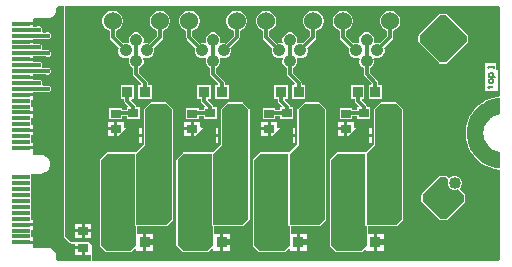
<source format=gtl>
G04*
G04 #@! TF.GenerationSoftware,Altium Limited,Altium Designer,22.11.1 (43)*
G04*
G04 Layer_Physical_Order=1*
G04 Layer_Color=255*
%FSLAX44Y44*%
%MOMM*%
G71*
G04*
G04 #@! TF.SameCoordinates,C7E27A77-0888-4956-AA08-943BE8D70555*
G04*
G04*
G04 #@! TF.FilePolarity,Positive*
G04*
G01*
G75*
%ADD13C,0.1500*%
%ADD15C,1.5240*%
%ADD16R,0.9000X0.8000*%
%ADD17R,0.8500X0.7500*%
%ADD18R,0.9500X0.9500*%
%ADD19R,0.9581X0.9121*%
%ADD20R,0.9000X0.6500*%
%ADD21R,1.5000X0.3500*%
%ADD23R,1.2000X1.2000*%
%ADD29C,1.5700*%
%ADD30R,1.5700X1.5700*%
%ADD32R,1.0000X1.0000*%
%ADD33C,1.0000*%
%ADD34C,0.3000*%
%ADD35C,0.5000*%
%ADD36C,1.5300*%
%ADD37C,1.0200*%
%ADD38C,1.0500*%
%ADD39C,0.6000*%
%ADD40C,0.4000*%
G36*
X48980Y62500D02*
X49058Y62110D01*
X49279Y61779D01*
X54279Y56779D01*
X54610Y56558D01*
X55000Y56480D01*
X57960D01*
Y54020D01*
X65000D01*
Y52750D01*
X66270D01*
Y46960D01*
X71480D01*
Y42039D01*
X43345D01*
X42039Y43345D01*
Y45750D01*
X42019Y45849D01*
X42029Y45950D01*
X41933Y46925D01*
X41846Y47212D01*
X41788Y47506D01*
X41041Y49308D01*
X40599Y49970D01*
X39220Y51349D01*
X38558Y51791D01*
X36756Y52538D01*
X36462Y52596D01*
X36175Y52683D01*
X35200Y52779D01*
X35099Y52769D01*
X35000Y52789D01*
X23636D01*
X22540Y53210D01*
X22540Y54059D01*
Y56230D01*
X12500D01*
Y58770D01*
X22540D01*
Y61790D01*
X21000D01*
Y68210D01*
X22540D01*
Y71230D01*
X12500D01*
Y73770D01*
X22540D01*
Y76790D01*
X21000D01*
Y89750D01*
Y99750D01*
Y109750D01*
X21000Y115250D01*
X22079Y115711D01*
X29000D01*
X29099Y115731D01*
X29200Y115721D01*
X30370Y115836D01*
X30657Y115923D01*
X30951Y115981D01*
X33114Y116877D01*
X33775Y117319D01*
X35431Y118975D01*
X35873Y119636D01*
X36769Y121799D01*
X36827Y122093D01*
X36914Y122380D01*
X37029Y123550D01*
X37010Y123750D01*
X37029Y123950D01*
X36914Y125120D01*
X36827Y125407D01*
X36769Y125701D01*
X35873Y127864D01*
X35431Y128525D01*
X33775Y130181D01*
X33775Y130181D01*
X33114Y130623D01*
X30951Y131519D01*
X30657Y131577D01*
X30370Y131664D01*
X29200Y131779D01*
X29099Y131770D01*
X29000Y131789D01*
X22547D01*
X22540Y133210D01*
Y136230D01*
X12500D01*
Y138770D01*
X22540D01*
Y141790D01*
X21000D01*
Y148210D01*
X22540D01*
Y151230D01*
X12500D01*
Y153770D01*
X22540D01*
Y156790D01*
X21000D01*
Y163210D01*
X22540D01*
Y166230D01*
X12500D01*
Y168770D01*
X22540D01*
Y171790D01*
X21000D01*
Y178210D01*
X22540D01*
Y181230D01*
X12500D01*
Y183770D01*
X22540D01*
Y184951D01*
X33415D01*
X33842Y184704D01*
X34605Y184500D01*
X35395D01*
X36158Y184704D01*
X36842Y185099D01*
X37401Y185658D01*
X37796Y186342D01*
X38000Y187105D01*
Y187895D01*
X37796Y188658D01*
X37401Y189342D01*
X36842Y189901D01*
X36158Y190296D01*
X35395Y190500D01*
X34605D01*
X33842Y190296D01*
X33415Y190049D01*
X31016D01*
X30282Y191319D01*
X30296Y191342D01*
X30500Y192105D01*
Y192895D01*
X30296Y193658D01*
X29901Y194342D01*
X29342Y194901D01*
X28658Y195296D01*
X27895Y195500D01*
X27105D01*
X26342Y195296D01*
X25915Y195049D01*
X22540D01*
Y196230D01*
X12500D01*
Y198770D01*
X22540D01*
Y199951D01*
X33415D01*
X33842Y199704D01*
X34605Y199500D01*
X35395D01*
X36158Y199704D01*
X36842Y200099D01*
X37401Y200658D01*
X37796Y201342D01*
X38000Y202105D01*
Y202895D01*
X37796Y203658D01*
X37401Y204342D01*
X36842Y204901D01*
X36158Y205296D01*
X35395Y205500D01*
X34605D01*
X33842Y205296D01*
X33415Y205049D01*
X31015D01*
X30282Y206319D01*
X30296Y206342D01*
X30500Y207105D01*
Y207895D01*
X30296Y208658D01*
X29901Y209342D01*
X29342Y209901D01*
X28658Y210296D01*
X27895Y210500D01*
X27105D01*
X26342Y210296D01*
X25915Y210049D01*
X22540D01*
Y211230D01*
X12500D01*
Y213770D01*
X22540D01*
Y214951D01*
X33415D01*
X33842Y214704D01*
X34605Y214500D01*
X35395D01*
X36158Y214704D01*
X36842Y215099D01*
X37401Y215658D01*
X37796Y216342D01*
X38000Y217105D01*
Y217895D01*
X37796Y218658D01*
X37401Y219342D01*
X36842Y219901D01*
X36158Y220296D01*
X35395Y220500D01*
X34605D01*
X33842Y220296D01*
X33415Y220049D01*
X31016D01*
X30282Y221319D01*
X30296Y221342D01*
X30500Y222105D01*
Y222895D01*
X30296Y223658D01*
X29901Y224342D01*
X29342Y224901D01*
X28658Y225296D01*
X27895Y225500D01*
X27105D01*
X26342Y225296D01*
X25915Y225049D01*
X22540D01*
Y226230D01*
X12500D01*
Y228770D01*
X22540D01*
Y229951D01*
X33415D01*
X33842Y229704D01*
X34605Y229500D01*
X35395D01*
X36158Y229704D01*
X36842Y230099D01*
X37401Y230658D01*
X37796Y231342D01*
X38000Y232105D01*
Y232895D01*
X37796Y233658D01*
X37401Y234342D01*
X36842Y234901D01*
X36158Y235296D01*
X35395Y235500D01*
X34605D01*
X33842Y235296D01*
X33415Y235049D01*
X31016D01*
X30282Y236319D01*
X30296Y236342D01*
X30500Y237105D01*
Y237895D01*
X30296Y238658D01*
X29901Y239342D01*
X29342Y239901D01*
X28658Y240296D01*
X27895Y240500D01*
X27105D01*
X26342Y240296D01*
X25915Y240049D01*
X22540D01*
Y241230D01*
X12500D01*
Y243770D01*
X22540D01*
Y246790D01*
X23636Y247211D01*
X35000D01*
X35099Y247230D01*
X35200Y247221D01*
X36175Y247317D01*
X36462Y247404D01*
X36756Y247462D01*
X38558Y248209D01*
X38558Y248209D01*
X39220Y248651D01*
X39220Y248651D01*
X40599Y250030D01*
X40599Y250030D01*
X41041Y250692D01*
X41788Y252494D01*
X41846Y252788D01*
X41933Y253075D01*
X42029Y254050D01*
X42019Y254150D01*
X42039Y254250D01*
Y256337D01*
X43402Y257836D01*
X48980D01*
Y62500D01*
D02*
G37*
G36*
X417961Y256531D02*
Y182196D01*
X417806Y181005D01*
X417805Y181004D01*
X415574Y180848D01*
X415498Y180810D01*
X415414Y180824D01*
X411012Y179839D01*
X410942Y179790D01*
X410857Y179792D01*
X406651Y178160D01*
X406590Y178101D01*
X406505Y178090D01*
X402591Y175848D01*
X402539Y175781D01*
X402457Y175757D01*
X398922Y172955D01*
X398881Y172880D01*
X398803Y172845D01*
X395727Y169545D01*
X395697Y169466D01*
X395625Y169419D01*
X393077Y165697D01*
X393060Y165613D01*
X392996Y165556D01*
X391033Y161495D01*
X391028Y161410D01*
X390974Y161344D01*
X389640Y157035D01*
X389648Y156950D01*
X389604Y156877D01*
X388929Y152417D01*
X388950Y152334D01*
X388917Y152255D01*
X388917Y147744D01*
X388950Y147665D01*
X388929Y147582D01*
X389604Y143122D01*
X389648Y143049D01*
X389640Y142964D01*
X390974Y138655D01*
X391028Y138589D01*
X391033Y138504D01*
X392996Y134443D01*
X393060Y134386D01*
X393077Y134302D01*
X395625Y130580D01*
X395697Y130534D01*
X395727Y130454D01*
X398803Y127154D01*
X398881Y127119D01*
X398922Y127044D01*
X402457Y124242D01*
X402539Y124219D01*
X402591Y124151D01*
X406505Y121909D01*
X406590Y121898D01*
X406651Y121839D01*
X410857Y120207D01*
X410942Y120209D01*
X411012Y120160D01*
X415414Y119175D01*
X415498Y119189D01*
X415574Y119151D01*
X417824Y118993D01*
X417961Y117808D01*
Y43345D01*
X416655Y42039D01*
X72500D01*
Y55000D01*
X70000Y57500D01*
X55000D01*
X50000Y62500D01*
Y257836D01*
X416655D01*
X417961Y256531D01*
D02*
G37*
G36*
X417900Y179926D02*
X417900D01*
X417900D01*
Y178777D01*
X417961Y178720D01*
Y165879D01*
X415538Y165397D01*
X415353Y165320D01*
X415156Y165281D01*
X412620Y164231D01*
X412453Y164119D01*
X412267Y164042D01*
X409986Y162518D01*
X409844Y162376D01*
X409677Y162264D01*
X407736Y160323D01*
X407624Y160156D01*
X407482Y160014D01*
X405958Y157732D01*
X405881Y157547D01*
X405769Y157380D01*
X404719Y154844D01*
X404680Y154647D01*
X404603Y154462D01*
X404067Y151770D01*
Y151619D01*
X404031Y151472D01*
X403963Y150100D01*
X403978Y150000D01*
X403963Y149900D01*
X404031Y148528D01*
X404067Y148381D01*
Y148230D01*
X404603Y145538D01*
X404680Y145353D01*
X404719Y145156D01*
X405769Y142620D01*
X405881Y142453D01*
X405957Y142268D01*
X407482Y139986D01*
X407624Y139844D01*
X407736Y139677D01*
X409676Y137736D01*
X409843Y137624D01*
X409985Y137482D01*
X412267Y135957D01*
X412453Y135881D01*
X412620Y135769D01*
X415155Y134719D01*
X415352Y134680D01*
X415538Y134603D01*
X417961Y134121D01*
Y121279D01*
X417900Y121222D01*
Y120073D01*
X416754Y120154D01*
X416691Y120095D01*
X415778Y120159D01*
X415720Y120184D01*
X415644Y120186D01*
X415569Y120206D01*
X415507Y120198D01*
X411364Y121126D01*
X411311Y121159D01*
X411235Y121173D01*
X411165Y121204D01*
X411102Y121205D01*
X407144Y122741D01*
X407097Y122782D01*
X407024Y122807D01*
X406959Y122848D01*
X406897Y122859D01*
X403213Y124970D01*
X403172Y125017D01*
X403104Y125053D01*
X403046Y125103D01*
X402986Y125123D01*
X399659Y127761D01*
X399626Y127814D01*
X399564Y127859D01*
X399514Y127918D01*
X399458Y127946D01*
X396563Y131052D01*
X396538Y131110D01*
X396483Y131163D01*
X396443Y131229D01*
X396392Y131265D01*
X393993Y134769D01*
X393978Y134830D01*
X393931Y134891D01*
X393901Y134962D01*
X393856Y135006D01*
X392009Y138829D01*
X392002Y138891D01*
X391965Y138959D01*
X391946Y139033D01*
X391908Y139083D01*
X390653Y143139D01*
X390656Y143202D01*
X390630Y143274D01*
X390622Y143351D01*
X390592Y143406D01*
X389957Y147604D01*
X389969Y147665D01*
X389954Y147741D01*
X389958Y147818D01*
X389937Y147877D01*
X389937Y152123D01*
X389958Y152181D01*
X389954Y152258D01*
X389969Y152334D01*
X389957Y152395D01*
X390592Y156594D01*
X390622Y156649D01*
X390630Y156725D01*
X390656Y156797D01*
X390653Y156860D01*
X391908Y160916D01*
X391946Y160966D01*
X391965Y161041D01*
X392002Y161108D01*
X392009Y161170D01*
X393857Y164993D01*
X393901Y165037D01*
X393931Y165108D01*
X393978Y165169D01*
X393993Y165230D01*
X396392Y168734D01*
X396443Y168770D01*
X396483Y168836D01*
X396538Y168890D01*
X396563Y168947D01*
X399459Y172053D01*
X399514Y172081D01*
X399564Y172140D01*
X399626Y172185D01*
X399659Y172238D01*
X402987Y174876D01*
X403046Y174896D01*
X403104Y174946D01*
X403172Y174982D01*
X403213Y175029D01*
X406897Y177140D01*
X406959Y177151D01*
X407024Y177192D01*
X407097Y177217D01*
X407144Y177258D01*
X411102Y178794D01*
X411165Y178795D01*
X411235Y178827D01*
X411311Y178840D01*
X411364Y178873D01*
X415507Y179801D01*
X415569Y179793D01*
X415644Y179813D01*
X415721Y179815D01*
X415778Y179840D01*
X416691Y179904D01*
X416754Y179846D01*
X417900Y179926D01*
Y179927D01*
X417900Y179926D01*
D02*
G37*
%LPC*%
G36*
X63730Y51480D02*
X57960D01*
Y46960D01*
X63730D01*
Y51480D01*
D02*
G37*
G36*
X326135Y253620D02*
X323865D01*
X321673Y253032D01*
X319707Y251898D01*
X318102Y250293D01*
X316968Y248327D01*
X316380Y246135D01*
Y243865D01*
X316968Y241673D01*
X318102Y239707D01*
X319707Y238102D01*
X321673Y236967D01*
X322451Y236759D01*
Y232076D01*
X316215Y225839D01*
X315223Y226250D01*
X312737D01*
X311858Y225886D01*
X310886Y226858D01*
X311250Y227737D01*
Y230223D01*
X310299Y232521D01*
X308540Y234279D01*
X306243Y235230D01*
X303757D01*
X301460Y234279D01*
X299701Y232521D01*
X298750Y230223D01*
Y227737D01*
X299114Y226858D01*
X298142Y225886D01*
X297263Y226250D01*
X294777D01*
X293785Y225839D01*
X287549Y232076D01*
Y236759D01*
X288327Y236967D01*
X290293Y238102D01*
X291898Y239707D01*
X293033Y241673D01*
X293620Y243865D01*
Y246135D01*
X293033Y248327D01*
X291898Y250293D01*
X290293Y251898D01*
X288327Y253032D01*
X286135Y253620D01*
X283865D01*
X281673Y253032D01*
X279707Y251898D01*
X278102Y250293D01*
X276968Y248327D01*
X276380Y246135D01*
Y243865D01*
X276968Y241673D01*
X278102Y239707D01*
X279707Y238102D01*
X281673Y236967D01*
X282451Y236759D01*
Y231020D01*
X282645Y230044D01*
X283198Y229217D01*
X290180Y222235D01*
X289770Y221243D01*
Y218757D01*
X290721Y216460D01*
X292479Y214701D01*
X294777Y213750D01*
X297263D01*
X298142Y214114D01*
X299114Y213142D01*
X298750Y212263D01*
Y209776D01*
X299701Y207479D01*
X301460Y205721D01*
X302451Y205311D01*
Y200000D01*
X302645Y199025D01*
X303198Y198198D01*
X309375Y192020D01*
X308849Y190750D01*
X306750D01*
Y179250D01*
X318250D01*
Y190750D01*
X315049D01*
Y192500D01*
X314855Y193475D01*
X314302Y194302D01*
X307549Y201056D01*
Y205311D01*
X308540Y205721D01*
X310299Y207479D01*
X311250Y209776D01*
Y212263D01*
X310886Y213142D01*
X311858Y214114D01*
X312737Y213750D01*
X315223D01*
X317521Y214701D01*
X319279Y216460D01*
X320230Y218757D01*
Y221243D01*
X319820Y222235D01*
X326802Y229217D01*
X327355Y230044D01*
X327549Y231020D01*
Y236759D01*
X328327Y236967D01*
X330293Y238102D01*
X331898Y239707D01*
X333033Y241673D01*
X333620Y243865D01*
Y246135D01*
X333033Y248327D01*
X331898Y250293D01*
X330293Y251898D01*
X328327Y253032D01*
X326135Y253620D01*
D02*
G37*
G36*
X261135D02*
X258865D01*
X256673Y253032D01*
X254707Y251898D01*
X253102Y250293D01*
X251968Y248327D01*
X251380Y246135D01*
Y243865D01*
X251968Y241673D01*
X253102Y239707D01*
X254707Y238102D01*
X256673Y236967D01*
X257451Y236759D01*
Y232076D01*
X251215Y225839D01*
X250224Y226250D01*
X247737D01*
X246858Y225886D01*
X245886Y226858D01*
X246250Y227737D01*
Y230223D01*
X245299Y232521D01*
X243540Y234279D01*
X241243Y235230D01*
X238757D01*
X236460Y234279D01*
X234701Y232521D01*
X233750Y230223D01*
Y227737D01*
X234114Y226858D01*
X233142Y225886D01*
X232263Y226250D01*
X229777D01*
X228785Y225839D01*
X222549Y232076D01*
Y236759D01*
X223327Y236967D01*
X225293Y238102D01*
X226898Y239707D01*
X228033Y241673D01*
X228620Y243865D01*
Y246135D01*
X228033Y248327D01*
X226898Y250293D01*
X225293Y251898D01*
X223327Y253032D01*
X221135Y253620D01*
X218865D01*
X216673Y253032D01*
X214707Y251898D01*
X213102Y250293D01*
X211968Y248327D01*
X211380Y246135D01*
Y243865D01*
X211968Y241673D01*
X213102Y239707D01*
X214707Y238102D01*
X216673Y236967D01*
X217451Y236759D01*
Y231020D01*
X217645Y230044D01*
X218198Y229217D01*
X225180Y222235D01*
X224770Y221243D01*
Y218757D01*
X225721Y216460D01*
X227479Y214701D01*
X229777Y213750D01*
X232263D01*
X233142Y214114D01*
X234114Y213142D01*
X233750Y212263D01*
Y209776D01*
X234701Y207479D01*
X236460Y205721D01*
X237451Y205311D01*
Y200000D01*
X237645Y199025D01*
X238198Y198198D01*
X244375Y192020D01*
X243849Y190750D01*
X241750D01*
Y179250D01*
X253250D01*
Y190750D01*
X250049D01*
Y192500D01*
X249855Y193475D01*
X249302Y194302D01*
X242549Y201056D01*
Y205311D01*
X243540Y205721D01*
X245299Y207479D01*
X246250Y209776D01*
Y212263D01*
X245886Y213142D01*
X246858Y214114D01*
X247737Y213750D01*
X250224D01*
X252521Y214701D01*
X254279Y216460D01*
X255230Y218757D01*
Y221243D01*
X254820Y222235D01*
X261802Y229217D01*
X262355Y230044D01*
X262549Y231020D01*
Y236759D01*
X263327Y236967D01*
X265293Y238102D01*
X266898Y239707D01*
X268033Y241673D01*
X268620Y243865D01*
Y246135D01*
X268033Y248327D01*
X266898Y250293D01*
X265293Y251898D01*
X263327Y253032D01*
X261135Y253620D01*
D02*
G37*
G36*
X196135D02*
X193865D01*
X191673Y253032D01*
X189707Y251898D01*
X188102Y250293D01*
X186968Y248327D01*
X186380Y246135D01*
Y243865D01*
X186968Y241673D01*
X188102Y239707D01*
X189707Y238102D01*
X191673Y236967D01*
X192451Y236759D01*
Y232076D01*
X186215Y225839D01*
X185224Y226250D01*
X182737D01*
X181858Y225886D01*
X180886Y226858D01*
X181250Y227737D01*
Y230223D01*
X180299Y232521D01*
X178540Y234279D01*
X176243Y235230D01*
X173757D01*
X171460Y234279D01*
X169701Y232521D01*
X168750Y230223D01*
Y227737D01*
X169114Y226858D01*
X168142Y225886D01*
X167263Y226250D01*
X164777D01*
X163785Y225839D01*
X157549Y232076D01*
Y236759D01*
X158327Y236967D01*
X160293Y238102D01*
X161898Y239707D01*
X163032Y241673D01*
X163620Y243865D01*
Y246135D01*
X163032Y248327D01*
X161898Y250293D01*
X160293Y251898D01*
X158327Y253032D01*
X156135Y253620D01*
X153865D01*
X151673Y253032D01*
X149707Y251898D01*
X148102Y250293D01*
X146967Y248327D01*
X146380Y246135D01*
Y243865D01*
X146967Y241673D01*
X148102Y239707D01*
X149707Y238102D01*
X151673Y236967D01*
X152451Y236759D01*
Y231020D01*
X152645Y230044D01*
X153198Y229217D01*
X160180Y222235D01*
X159770Y221243D01*
Y218757D01*
X160721Y216460D01*
X162479Y214701D01*
X164777Y213750D01*
X167263D01*
X168142Y214114D01*
X169114Y213142D01*
X168750Y212263D01*
Y209776D01*
X169701Y207479D01*
X171460Y205721D01*
X172451Y205311D01*
Y200000D01*
X172645Y199025D01*
X173198Y198198D01*
X179375Y192020D01*
X178849Y190750D01*
X176750D01*
Y179250D01*
X188250D01*
Y190750D01*
X185049D01*
Y192500D01*
X184855Y193475D01*
X184302Y194302D01*
X177549Y201056D01*
Y205311D01*
X178540Y205721D01*
X180299Y207479D01*
X181250Y209776D01*
Y212263D01*
X180886Y213142D01*
X181858Y214114D01*
X182737Y213750D01*
X185224D01*
X187521Y214701D01*
X189279Y216460D01*
X190230Y218757D01*
Y221243D01*
X189820Y222235D01*
X196802Y229217D01*
X197355Y230044D01*
X197549Y231020D01*
Y236759D01*
X198327Y236967D01*
X200293Y238102D01*
X201898Y239707D01*
X203033Y241673D01*
X203620Y243865D01*
Y246135D01*
X203033Y248327D01*
X201898Y250293D01*
X200293Y251898D01*
X198327Y253032D01*
X196135Y253620D01*
D02*
G37*
G36*
X131135D02*
X128865D01*
X126673Y253032D01*
X124707Y251898D01*
X123102Y250293D01*
X121967Y248327D01*
X121380Y246135D01*
Y243865D01*
X121967Y241673D01*
X123102Y239707D01*
X124707Y238102D01*
X126673Y236967D01*
X127451Y236759D01*
Y232076D01*
X121215Y225839D01*
X120224Y226250D01*
X117737D01*
X116858Y225886D01*
X115886Y226858D01*
X116250Y227737D01*
Y230223D01*
X115299Y232521D01*
X113540Y234279D01*
X111243Y235230D01*
X108757D01*
X106460Y234279D01*
X104701Y232521D01*
X103750Y230223D01*
Y227737D01*
X104114Y226858D01*
X103142Y225886D01*
X102263Y226250D01*
X99777D01*
X98785Y225839D01*
X92549Y232076D01*
Y236759D01*
X93327Y236967D01*
X95293Y238102D01*
X96898Y239707D01*
X98033Y241673D01*
X98620Y243865D01*
Y246135D01*
X98033Y248327D01*
X96898Y250293D01*
X95293Y251898D01*
X93327Y253032D01*
X91135Y253620D01*
X88865D01*
X86673Y253032D01*
X84707Y251898D01*
X83102Y250293D01*
X81967Y248327D01*
X81380Y246135D01*
Y243865D01*
X81967Y241673D01*
X83102Y239707D01*
X84707Y238102D01*
X86673Y236967D01*
X87451Y236759D01*
Y231020D01*
X87645Y230044D01*
X88198Y229217D01*
X95180Y222235D01*
X94770Y221243D01*
Y218757D01*
X95721Y216460D01*
X97479Y214701D01*
X99777Y213750D01*
X102263D01*
X103142Y214114D01*
X104114Y213142D01*
X103750Y212263D01*
Y209776D01*
X104701Y207479D01*
X106460Y205721D01*
X107451Y205311D01*
Y200000D01*
X107645Y199025D01*
X108198Y198198D01*
X114375Y192020D01*
X113849Y190750D01*
X111750D01*
Y179250D01*
X123250D01*
Y190750D01*
X120049D01*
Y192500D01*
X119855Y193475D01*
X119302Y194302D01*
X112549Y201056D01*
Y205311D01*
X113540Y205721D01*
X115299Y207479D01*
X116250Y209776D01*
Y212263D01*
X115886Y213142D01*
X116858Y214114D01*
X117737Y213750D01*
X120224D01*
X122521Y214701D01*
X124279Y216460D01*
X125230Y218757D01*
Y221243D01*
X124820Y222235D01*
X131802Y229217D01*
X132355Y230044D01*
X132549Y231020D01*
Y236759D01*
X133327Y236967D01*
X135293Y238102D01*
X136898Y239707D01*
X138033Y241673D01*
X138620Y243865D01*
Y246135D01*
X138033Y248327D01*
X136898Y250293D01*
X135293Y251898D01*
X133327Y253032D01*
X131135Y253620D01*
D02*
G37*
G36*
X372500Y251082D02*
X367500D01*
X366735Y250765D01*
X366735Y250765D01*
X349235Y233265D01*
X348918Y232500D01*
Y227500D01*
X349235Y226735D01*
X366735Y209235D01*
X367500Y208918D01*
X372500D01*
X373265Y209235D01*
X390765Y226735D01*
X390765Y226735D01*
X391082Y227500D01*
Y232500D01*
X391082Y232500D01*
X390765Y233265D01*
X390765Y233265D01*
X373265Y250765D01*
X372500Y251082D01*
D02*
G37*
G36*
X415000Y209666D02*
X405002D01*
Y203000D01*
X405169D01*
Y186000D01*
X416000D01*
Y203496D01*
X415000D01*
Y209666D01*
D02*
G37*
G36*
X303250Y190750D02*
X291750D01*
Y179250D01*
X294951D01*
Y177500D01*
X295145Y176525D01*
X295698Y175698D01*
X298222Y173173D01*
X297736Y172000D01*
X297000D01*
Y169299D01*
X292750D01*
Y171250D01*
X282250D01*
Y161750D01*
X292750D01*
Y164201D01*
X297000D01*
Y162000D01*
X308000D01*
Y172000D01*
X305049D01*
Y172500D01*
X304855Y173475D01*
X304302Y174302D01*
X300625Y177980D01*
X301151Y179250D01*
X303250D01*
Y190750D01*
D02*
G37*
G36*
X238250D02*
X226750D01*
Y179250D01*
X229951D01*
Y177500D01*
X230145Y176525D01*
X230698Y175698D01*
X233222Y173173D01*
X232736Y172000D01*
X232000D01*
Y169299D01*
X227750D01*
Y171250D01*
X217250D01*
Y161750D01*
X227750D01*
Y164201D01*
X232000D01*
Y162000D01*
X243000D01*
Y172000D01*
X240049D01*
Y172500D01*
X239855Y173475D01*
X239302Y174302D01*
X235625Y177980D01*
X236151Y179250D01*
X238250D01*
Y190750D01*
D02*
G37*
G36*
X173250D02*
X161750D01*
Y179250D01*
X164951D01*
Y177500D01*
X165145Y176525D01*
X165698Y175698D01*
X168222Y173173D01*
X167736Y172000D01*
X167000D01*
Y169299D01*
X162750D01*
Y171250D01*
X152250D01*
Y161750D01*
X162750D01*
Y164201D01*
X167000D01*
Y162000D01*
X178000D01*
Y172000D01*
X175049D01*
Y172500D01*
X174855Y173475D01*
X174302Y174302D01*
X170625Y177980D01*
X171151Y179250D01*
X173250D01*
Y190750D01*
D02*
G37*
G36*
X108250D02*
X96750D01*
Y179250D01*
X99951D01*
Y177500D01*
X100145Y176525D01*
X100698Y175698D01*
X103222Y173173D01*
X102736Y172000D01*
X102000D01*
Y169299D01*
X97750D01*
Y171250D01*
X87250D01*
Y161750D01*
X97750D01*
Y164201D01*
X102000D01*
Y162000D01*
X113000D01*
Y172000D01*
X110049D01*
Y172500D01*
X109855Y173475D01*
X109302Y174302D01*
X105625Y177980D01*
X106151Y179250D01*
X108250D01*
Y190750D01*
D02*
G37*
G36*
X156230Y159790D02*
X150710D01*
Y154770D01*
X156230D01*
Y159790D01*
D02*
G37*
G36*
X91230D02*
X85710D01*
Y154770D01*
X91230D01*
Y159790D01*
D02*
G37*
G36*
X286230D02*
X280710D01*
Y154770D01*
X286230D01*
Y159790D01*
D02*
G37*
G36*
X221230D02*
X215710D01*
Y154770D01*
X221230D01*
Y159790D01*
D02*
G37*
G36*
X307500Y154540D02*
Y149270D01*
X309540D01*
Y154540D01*
X307500D01*
D02*
G37*
G36*
X242500D02*
Y149270D01*
X244540D01*
Y154540D01*
X242500D01*
D02*
G37*
G36*
X177500D02*
Y149270D01*
X179540D01*
Y154540D01*
X177500D01*
D02*
G37*
G36*
X112500D02*
Y149270D01*
X114540D01*
Y154540D01*
X112500D01*
D02*
G37*
G36*
X286230Y152230D02*
X280710D01*
Y147210D01*
X286230D01*
Y152230D01*
D02*
G37*
G36*
X221230D02*
X215710D01*
Y147210D01*
X221230D01*
Y152230D01*
D02*
G37*
G36*
X156230D02*
X150710D01*
Y147210D01*
X156230D01*
Y152230D01*
D02*
G37*
G36*
X91230D02*
X85710D01*
Y147210D01*
X91230D01*
Y152230D01*
D02*
G37*
G36*
X229290Y159790D02*
X223770D01*
Y153500D01*
Y147210D01*
X224710D01*
X232040Y154540D01*
X230560D01*
X230460Y154540D01*
X229290Y154781D01*
Y159790D01*
D02*
G37*
G36*
X164290D02*
X158770D01*
Y153500D01*
X157500D01*
D01*
X158770D01*
Y147210D01*
X159710D01*
X167040Y154540D01*
X165560D01*
X165460Y154540D01*
X164290Y154781D01*
Y159790D01*
D02*
G37*
G36*
X294290D02*
X288770D01*
Y153500D01*
Y147210D01*
X289710D01*
X297040Y154540D01*
X295560D01*
X295460Y154540D01*
X294290Y154781D01*
Y159790D01*
D02*
G37*
G36*
X99290D02*
X93770D01*
Y153500D01*
Y147210D01*
X94710D01*
X102040Y154540D01*
X100560D01*
X100460Y154540D01*
X99290Y154781D01*
Y159790D01*
D02*
G37*
G36*
X309540Y146730D02*
X307500D01*
Y141460D01*
X309540D01*
Y146730D01*
D02*
G37*
G36*
X244540D02*
X242500D01*
Y141460D01*
X244540D01*
Y146730D01*
D02*
G37*
G36*
X179540D02*
X177500D01*
Y141460D01*
X179540D01*
Y146730D01*
D02*
G37*
G36*
X114540D02*
X112500D01*
Y141460D01*
X114540D01*
Y146730D01*
D02*
G37*
G36*
X330000Y176082D02*
X317500D01*
X316735Y175765D01*
X316735Y175765D01*
X311735Y170765D01*
X311418Y170000D01*
Y140448D01*
X304366Y133397D01*
X303918Y133582D01*
X280000Y133582D01*
X280000Y133582D01*
X279235Y133265D01*
X274235Y128265D01*
X273918Y127500D01*
X273918Y55000D01*
X273918Y55000D01*
X274235Y54235D01*
X279235Y49235D01*
X279235Y49235D01*
X280000Y48918D01*
X300000D01*
X300000Y48917D01*
X300765Y49235D01*
X300765Y49235D01*
X302608Y51077D01*
X303521Y51939D01*
X304745Y51830D01*
X304939Y51749D01*
Y50399D01*
X311000D01*
Y57500D01*
Y64601D01*
X306082D01*
Y71418D01*
X330000Y71418D01*
X330765Y71735D01*
X335765Y76735D01*
X336082Y77500D01*
Y170000D01*
X335765Y170765D01*
X335765Y170765D01*
X330765Y175765D01*
X330000Y176082D01*
D02*
G37*
G36*
X265000D02*
X252500D01*
X251735Y175765D01*
X251735Y175765D01*
X246735Y170765D01*
X246418Y170000D01*
Y140448D01*
X239366Y133397D01*
X238918Y133582D01*
X215000Y133582D01*
X215000Y133582D01*
X214235Y133265D01*
X209235Y128265D01*
X208918Y127500D01*
X208918Y55000D01*
X208918Y55000D01*
X209235Y54235D01*
X214235Y49235D01*
X214235Y49235D01*
X215000Y48918D01*
X235000D01*
X235000Y48917D01*
X235765Y49235D01*
X235765Y49235D01*
X237608Y51077D01*
X238521Y51939D01*
X239745Y51830D01*
X239939Y51749D01*
Y50399D01*
X246000D01*
Y57500D01*
Y64601D01*
X241082D01*
Y71418D01*
X265000Y71418D01*
X265765Y71735D01*
X270765Y76735D01*
X271082Y77500D01*
Y170000D01*
X270765Y170765D01*
X270765Y170765D01*
X265765Y175765D01*
X265000Y176082D01*
D02*
G37*
G36*
X200000D02*
X187500D01*
X186735Y175765D01*
X186735Y175765D01*
X181735Y170765D01*
X181418Y170000D01*
Y140448D01*
X174366Y133397D01*
X173918Y133582D01*
X150000Y133582D01*
X150000Y133582D01*
X149235Y133265D01*
X144235Y128265D01*
X143918Y127500D01*
X143918Y55000D01*
X143918Y55000D01*
X144235Y54235D01*
X149235Y49235D01*
X149235Y49235D01*
X150000Y48918D01*
X170000D01*
X170000Y48917D01*
X170765Y49235D01*
X170765Y49235D01*
X172608Y51077D01*
X173521Y51939D01*
X174745Y51830D01*
X174939Y51749D01*
Y50399D01*
X181000D01*
Y57500D01*
Y64601D01*
X176082D01*
Y71418D01*
X200000Y71418D01*
X200765Y71735D01*
X205765Y76735D01*
X206082Y77500D01*
Y170000D01*
X205765Y170765D01*
X205765Y170765D01*
X200765Y175765D01*
X200000Y176082D01*
D02*
G37*
G36*
X135000Y176082D02*
X122500D01*
X121735Y175765D01*
X121735Y175765D01*
X116735Y170765D01*
X116418Y170000D01*
Y140448D01*
X109366Y133397D01*
X108918Y133582D01*
X85000Y133582D01*
X85000Y133582D01*
X84235Y133265D01*
X79235Y128265D01*
X78918Y127500D01*
X78918Y55000D01*
X78917Y55000D01*
X79235Y54235D01*
X84235Y49235D01*
X84235Y49235D01*
X85000Y48918D01*
X105000D01*
X105000Y48917D01*
X105765Y49235D01*
X105765Y49235D01*
X107608Y51077D01*
X108521Y51939D01*
X109745Y51830D01*
X109939Y51749D01*
Y50399D01*
X116000D01*
Y57500D01*
Y64601D01*
X111082D01*
Y71418D01*
X135000Y71417D01*
X135765Y71735D01*
X140765Y76735D01*
X141082Y77500D01*
Y170000D01*
X140765Y170765D01*
X140765Y170765D01*
X135765Y175765D01*
X135000Y176082D01*
D02*
G37*
G36*
X381013Y113900D02*
X378587D01*
X376345Y112971D01*
X374952Y111579D01*
X373265Y113265D01*
X372500Y113582D01*
X367500D01*
X366735Y113265D01*
X366735Y113265D01*
X351735Y98265D01*
X351418Y97500D01*
Y92500D01*
X351735Y91735D01*
X351735Y91735D01*
X366735Y76735D01*
D01*
X367500Y76418D01*
X372500D01*
X373265Y76735D01*
X373265Y76735D01*
X388265Y91735D01*
X388265Y91735D01*
X388582Y92500D01*
Y97500D01*
X388582Y97500D01*
X388265Y98265D01*
X383579Y102952D01*
X384971Y104345D01*
X385900Y106587D01*
Y109013D01*
X384971Y111255D01*
X383255Y112971D01*
X381013Y113900D01*
D02*
G37*
G36*
X72040Y73040D02*
X66270D01*
Y68520D01*
X72040D01*
Y73040D01*
D02*
G37*
G36*
X63730D02*
X57960D01*
Y68520D01*
X63730D01*
Y73040D01*
D02*
G37*
G36*
X72040Y65980D02*
X66270D01*
Y61460D01*
X72040D01*
Y65980D01*
D02*
G37*
G36*
X63730D02*
X57960D01*
Y61460D01*
X63730D01*
Y65980D01*
D02*
G37*
G36*
X254601Y64601D02*
X248540D01*
Y58770D01*
X254601D01*
Y64601D01*
D02*
G37*
G36*
X319601D02*
X313540D01*
Y58770D01*
X319601D01*
Y64601D01*
D02*
G37*
G36*
X124601D02*
X118540D01*
Y58770D01*
X124601D01*
Y64601D01*
D02*
G37*
G36*
X189601D02*
X183540D01*
Y58770D01*
X189601D01*
Y64601D01*
D02*
G37*
G36*
X319601Y56230D02*
X313540D01*
Y50399D01*
X319601D01*
Y56230D01*
D02*
G37*
G36*
X254601D02*
X248540D01*
Y50399D01*
X254601D01*
Y56230D01*
D02*
G37*
G36*
X189601D02*
X183540D01*
Y50399D01*
X189601D01*
Y56230D01*
D02*
G37*
G36*
X124601D02*
X118540D01*
Y50399D01*
X124601D01*
Y56230D01*
D02*
G37*
%LPD*%
G36*
X390000Y232500D02*
Y227500D01*
X390000D01*
X372500Y210000D01*
X367500D01*
X350000Y227500D01*
Y232500D01*
X367500Y250000D01*
Y250000D01*
X372500D01*
X390000Y232500D01*
D02*
G37*
G36*
X335000Y170000D02*
Y77500D01*
X330000Y72500D01*
X305000Y72500D01*
Y132500D01*
X312500Y140000D01*
Y170000D01*
X317500Y175000D01*
X330000D01*
X335000Y170000D01*
D02*
G37*
G36*
X303918Y132500D02*
Y72500D01*
X304235Y71735D01*
X305000Y71418D01*
Y55000D01*
X300000Y50000D01*
X280000D01*
X275000Y55000D01*
X275000Y127500D01*
X280000Y132500D01*
X303918Y132500D01*
D02*
G37*
G36*
X270000Y170000D02*
Y77500D01*
X265000Y72500D01*
X240000Y72500D01*
Y132500D01*
X247500Y140000D01*
Y170000D01*
X252500Y175000D01*
X265000D01*
X270000Y170000D01*
D02*
G37*
G36*
X238918Y132500D02*
Y72500D01*
X239235Y71735D01*
X240000Y71418D01*
Y55000D01*
X235000Y50000D01*
X215000D01*
X210000Y55000D01*
X210000Y127500D01*
X215000Y132500D01*
X238918Y132500D01*
D02*
G37*
G36*
X205000Y170000D02*
Y77500D01*
X200000Y72500D01*
X175000Y72500D01*
Y132500D01*
X182500Y140000D01*
Y170000D01*
X187500Y175000D01*
X200000D01*
X205000Y170000D01*
D02*
G37*
G36*
X173918Y132500D02*
Y72500D01*
X174235Y71735D01*
X175000Y71418D01*
Y55000D01*
X170000Y50000D01*
X150000D01*
X145000Y55000D01*
X145000Y127500D01*
X150000Y132500D01*
X173918Y132500D01*
D02*
G37*
G36*
X140000Y170000D02*
Y77500D01*
X135000Y72500D01*
X110000Y72500D01*
Y132500D01*
X117500Y140000D01*
Y170000D01*
X122500Y175000D01*
X135000D01*
X140000Y170000D01*
D02*
G37*
G36*
X108918Y132500D02*
Y72500D01*
X109235Y71735D01*
X110000Y71418D01*
Y55000D01*
X105000Y50000D01*
X85000D01*
X80000Y55000D01*
X80000Y127500D01*
X85000Y132500D01*
X108918Y132500D01*
D02*
G37*
G36*
X374370Y110630D02*
X373700Y109013D01*
Y106587D01*
X374629Y104345D01*
X376345Y102629D01*
X378587Y101700D01*
X381013D01*
X382630Y102370D01*
X387500Y97500D01*
Y92500D01*
X387500D01*
X372500Y77500D01*
X367500D01*
X352500Y92500D01*
Y97500D01*
X367500Y112500D01*
X372500D01*
X374370Y110630D01*
D02*
G37*
D13*
X407669Y189333D02*
X408502D01*
Y188500D01*
Y190166D01*
Y189333D01*
X411001D01*
X411834Y190166D01*
Y193498D02*
Y195165D01*
X411001Y195998D01*
X409335D01*
X408502Y195165D01*
Y193498D01*
X409335Y192665D01*
X411001D01*
X411834Y193498D01*
X413500Y197664D02*
X408502D01*
Y200163D01*
X409335Y200996D01*
X411001D01*
X411834Y200163D01*
Y197664D01*
X412500Y205500D02*
Y207166D01*
Y206333D01*
X407502D01*
X408335Y205500D01*
D15*
X155000Y245000D02*
D03*
X195000D02*
D03*
X325000D02*
D03*
X285000D02*
D03*
X260000D02*
D03*
X220000D02*
D03*
X130000D02*
D03*
X90000D02*
D03*
D16*
X172500Y167000D02*
D03*
Y148000D02*
D03*
X192500Y157500D02*
D03*
X127500D02*
D03*
X107500Y148000D02*
D03*
Y167000D02*
D03*
X257500Y157500D02*
D03*
X237500Y148000D02*
D03*
Y167000D02*
D03*
X322500Y157500D02*
D03*
X302500Y148000D02*
D03*
Y167000D02*
D03*
D17*
X157500Y153500D02*
D03*
Y166500D02*
D03*
X287500D02*
D03*
Y153500D02*
D03*
X222500D02*
D03*
Y166500D02*
D03*
X92500Y153500D02*
D03*
Y166500D02*
D03*
D18*
X182500Y185000D02*
D03*
X167500D02*
D03*
X297500D02*
D03*
X312500D02*
D03*
X247500D02*
D03*
X232500D02*
D03*
X117500D02*
D03*
X102500D02*
D03*
D19*
X167730Y57500D02*
D03*
X182270D02*
D03*
X312270D02*
D03*
X297730D02*
D03*
X232730D02*
D03*
X247270D02*
D03*
X102730D02*
D03*
X117270D02*
D03*
D20*
X65000Y67250D02*
D03*
Y52750D02*
D03*
D21*
X12500Y242500D02*
D03*
Y237500D02*
D03*
Y232500D02*
D03*
Y227500D02*
D03*
Y222500D02*
D03*
Y217500D02*
D03*
Y212500D02*
D03*
Y207500D02*
D03*
Y202500D02*
D03*
Y197500D02*
D03*
Y192500D02*
D03*
Y187500D02*
D03*
Y182500D02*
D03*
Y177500D02*
D03*
Y172500D02*
D03*
Y167500D02*
D03*
Y162500D02*
D03*
Y157500D02*
D03*
Y152500D02*
D03*
Y147500D02*
D03*
Y142500D02*
D03*
Y137500D02*
D03*
Y112500D02*
D03*
Y107500D02*
D03*
Y102500D02*
D03*
Y97500D02*
D03*
Y92500D02*
D03*
Y87500D02*
D03*
Y82500D02*
D03*
Y77500D02*
D03*
Y72500D02*
D03*
Y67500D02*
D03*
Y62500D02*
D03*
Y57500D02*
D03*
D23*
X161000Y125000D02*
D03*
X189000D02*
D03*
X124000D02*
D03*
X96000D02*
D03*
X254000D02*
D03*
X226000D02*
D03*
X319000D02*
D03*
X291000D02*
D03*
D29*
X370000Y179600D02*
D03*
D30*
Y230400D02*
D03*
D32*
X298750Y85500D02*
D03*
X168750D02*
D03*
X233750D02*
D03*
X103750D02*
D03*
D33*
X311250D02*
D03*
X181250D02*
D03*
X246250D02*
D03*
X116250D02*
D03*
D34*
X305000Y211020D02*
Y228980D01*
X240000Y211020D02*
Y228980D01*
X175000Y211020D02*
Y228980D01*
X110000Y211020D02*
Y228980D01*
X157500Y166500D02*
X157750Y166750D01*
X172250D01*
X172500Y167000D01*
X167500Y177500D02*
Y185000D01*
X172500Y167000D02*
Y172500D01*
X167500Y177500D02*
X172500Y172500D01*
X175000Y200000D02*
X182500Y192500D01*
X175000Y200000D02*
Y211020D01*
X182500Y185000D02*
Y192500D01*
X155000Y231020D02*
X166020Y220000D01*
X155000Y231020D02*
Y245000D01*
X195000Y231020D02*
Y245000D01*
X183980Y220000D02*
X195000Y231020D01*
X12500Y202500D02*
X35000D01*
X12500Y187500D02*
X35000D01*
X12500Y192500D02*
X27500D01*
X12500Y207500D02*
X27500D01*
X12500Y217500D02*
X35000D01*
X12500Y222500D02*
X27500D01*
X12500Y232500D02*
X35000D01*
X12500Y237500D02*
X27500D01*
X297500Y177500D02*
X302500Y172500D01*
Y167000D02*
Y172500D01*
X297500Y177500D02*
Y185000D01*
X305000Y200000D02*
X312500Y192500D01*
X305000Y200000D02*
Y211020D01*
X312500Y185000D02*
Y192500D01*
X325000Y231020D02*
Y245000D01*
X313980Y220000D02*
X325000Y231020D01*
X285000Y231020D02*
X296020Y220000D01*
X285000Y231020D02*
Y245000D01*
X302250Y166750D02*
X302500Y167000D01*
X287750Y166750D02*
X302250D01*
X287500Y166500D02*
X287750Y166750D01*
X260000Y231020D02*
Y245000D01*
X248980Y220000D02*
X260000Y231020D01*
X220000Y231020D02*
X231020Y220000D01*
X220000Y231020D02*
Y245000D01*
X247500Y185000D02*
Y192500D01*
X240000Y200000D02*
Y211020D01*
Y200000D02*
X247500Y192500D01*
X232500Y177500D02*
X237500Y172500D01*
Y167000D02*
Y172500D01*
X232500Y177500D02*
Y185000D01*
X237250Y166750D02*
X237500Y167000D01*
X222750Y166750D02*
X237250D01*
X222500Y166500D02*
X222750Y166750D01*
X92750D02*
X107250D01*
X107500Y167000D01*
X92500Y166500D02*
X92750Y166750D01*
X90000Y231020D02*
Y245000D01*
Y231020D02*
X101020Y220000D01*
X130000Y231020D02*
Y245000D01*
X118980Y220000D02*
X130000Y231020D01*
X102500Y177500D02*
X107500Y172500D01*
Y167000D02*
Y172500D01*
X102500Y177500D02*
Y185000D01*
X117500D02*
Y192500D01*
X110000Y200000D02*
X117500Y192500D01*
X110000Y200000D02*
Y211020D01*
D35*
X312270Y57500D02*
X327229D01*
X332229Y62500D02*
X332500D01*
X327229Y57500D02*
X332229Y62500D01*
X247270Y57500D02*
X262229D01*
X267229Y62500D01*
X267500D01*
X182270Y57500D02*
X197229D01*
X202229Y62500D02*
X202500D01*
X197229Y57500D02*
X202229Y62500D01*
X117270Y57500D02*
X132229D01*
X137229Y62500D01*
X137500D01*
D36*
X370000Y95000D02*
D03*
Y65000D02*
D03*
D37*
X379800Y107800D02*
D03*
D38*
X175000Y211020D02*
D03*
X166020Y220000D02*
D03*
X183980D02*
D03*
X175000Y228980D02*
D03*
X240000Y211020D02*
D03*
X231020Y220000D02*
D03*
X248980D02*
D03*
X240000Y228980D02*
D03*
X305000Y211020D02*
D03*
X296020Y220000D02*
D03*
X313980D02*
D03*
X305000Y228980D02*
D03*
X110000Y211020D02*
D03*
X101020Y220000D02*
D03*
X118980D02*
D03*
X110000Y228980D02*
D03*
D39*
X152500Y60000D02*
D03*
X162496Y145000D02*
D03*
X149996D02*
D03*
X172496Y137500D02*
D03*
X45000Y57500D02*
D03*
X32500Y72500D02*
D03*
Y87500D02*
D03*
Y102500D02*
D03*
Y145000D02*
D03*
Y160000D02*
D03*
Y175000D02*
D03*
X357500Y55000D02*
D03*
X382500Y75000D02*
D03*
X357500D02*
D03*
Y190000D02*
D03*
Y172500D02*
D03*
X382500Y190000D02*
D03*
X355000Y230000D02*
D03*
X370000Y245000D02*
D03*
X385000Y230000D02*
D03*
X370000Y215000D02*
D03*
Y107500D02*
D03*
X357500Y95000D02*
D03*
X370000Y82500D02*
D03*
X382500Y95000D02*
D03*
Y172500D02*
D03*
Y55000D02*
D03*
X280000Y145000D02*
D03*
Y137500D02*
D03*
X292500Y145000D02*
D03*
Y137500D02*
D03*
X302500D02*
D03*
X215000Y145000D02*
D03*
Y137500D02*
D03*
X227500Y145000D02*
D03*
Y137500D02*
D03*
X237500D02*
D03*
X149996Y137500D02*
D03*
X162496D02*
D03*
X322500Y50000D02*
D03*
Y62500D02*
D03*
X332500D02*
D03*
Y50000D02*
D03*
X257500D02*
D03*
Y62500D02*
D03*
X267500D02*
D03*
Y50000D02*
D03*
X192500D02*
D03*
Y62500D02*
D03*
X202500D02*
D03*
Y50000D02*
D03*
X217500Y60002D02*
D03*
Y73001D02*
D03*
Y85001D02*
D03*
Y97501D02*
D03*
Y110001D02*
D03*
X282500Y60000D02*
D03*
Y73000D02*
D03*
Y85000D02*
D03*
Y97500D02*
D03*
Y110000D02*
D03*
X152500Y73000D02*
D03*
Y85000D02*
D03*
Y97500D02*
D03*
Y110000D02*
D03*
X70000Y80000D02*
D03*
X57500D02*
D03*
X87500Y110000D02*
D03*
Y97500D02*
D03*
Y85000D02*
D03*
X87750Y73000D02*
D03*
X87500Y60000D02*
D03*
X137500Y50000D02*
D03*
Y62500D02*
D03*
X127500D02*
D03*
Y50000D02*
D03*
X107500Y137500D02*
D03*
X97500D02*
D03*
Y145000D02*
D03*
X85000Y137500D02*
D03*
Y145000D02*
D03*
D40*
X35000Y202500D02*
D03*
X35000Y187500D02*
D03*
X27500Y192500D02*
D03*
X27500Y207500D02*
D03*
X35000Y217500D02*
D03*
X27500Y222500D02*
D03*
X35000Y232500D02*
D03*
X27500Y237500D02*
D03*
M02*

</source>
